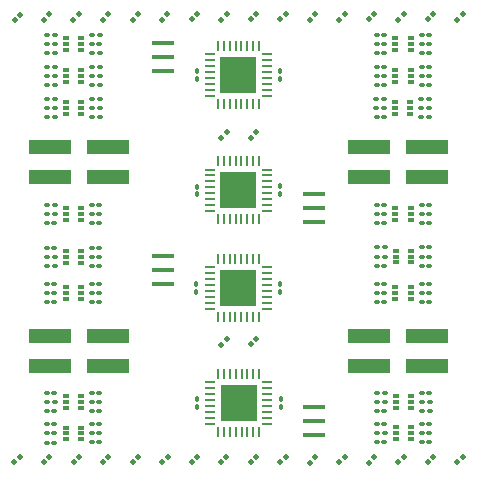
<source format=gbs>
G04 #@! TF.GenerationSoftware,KiCad,Pcbnew,7.0.2-6a45011f42~172~ubuntu22.04.1*
G04 #@! TF.CreationDate,2023-08-07T12:42:53-07:00*
G04 #@! TF.ProjectId,driver_40mm_atmega,64726976-6572-45f3-9430-6d6d5f61746d,rev?*
G04 #@! TF.SameCoordinates,Original*
G04 #@! TF.FileFunction,Soldermask,Bot*
G04 #@! TF.FilePolarity,Negative*
%FSLAX46Y46*%
G04 Gerber Fmt 4.6, Leading zero omitted, Abs format (unit mm)*
G04 Created by KiCad (PCBNEW 7.0.2-6a45011f42~172~ubuntu22.04.1) date 2023-08-07 12:42:53*
%MOMM*%
%LPD*%
G01*
G04 APERTURE LIST*
G04 Aperture macros list*
%AMRoundRect*
0 Rectangle with rounded corners*
0 $1 Rounding radius*
0 $2 $3 $4 $5 $6 $7 $8 $9 X,Y pos of 4 corners*
0 Add a 4 corners polygon primitive as box body*
4,1,4,$2,$3,$4,$5,$6,$7,$8,$9,$2,$3,0*
0 Add four circle primitives for the rounded corners*
1,1,$1+$1,$2,$3*
1,1,$1+$1,$4,$5*
1,1,$1+$1,$6,$7*
1,1,$1+$1,$8,$9*
0 Add four rect primitives between the rounded corners*
20,1,$1+$1,$2,$3,$4,$5,0*
20,1,$1+$1,$4,$5,$6,$7,0*
20,1,$1+$1,$6,$7,$8,$9,0*
20,1,$1+$1,$8,$9,$2,$3,0*%
G04 Aperture macros list end*
%ADD10R,3.680000X1.270000*%
%ADD11RoundRect,0.062500X-0.375000X-0.062500X0.375000X-0.062500X0.375000X0.062500X-0.375000X0.062500X0*%
%ADD12RoundRect,0.062500X-0.062500X-0.375000X0.062500X-0.375000X0.062500X0.375000X-0.062500X0.375000X0*%
%ADD13R,3.100000X3.100000*%
%ADD14RoundRect,0.062500X0.375000X0.062500X-0.375000X0.062500X-0.375000X-0.062500X0.375000X-0.062500X0*%
%ADD15RoundRect,0.062500X0.062500X0.375000X-0.062500X0.375000X-0.062500X-0.375000X0.062500X-0.375000X0*%
%ADD16RoundRect,0.100000X-0.021213X-0.162635X0.162635X0.021213X0.021213X0.162635X-0.162635X-0.021213X0*%
%ADD17RoundRect,0.100000X-0.130000X-0.100000X0.130000X-0.100000X0.130000X0.100000X-0.130000X0.100000X0*%
%ADD18RoundRect,0.100000X0.130000X0.100000X-0.130000X0.100000X-0.130000X-0.100000X0.130000X-0.100000X0*%
%ADD19R,0.478000X0.300000*%
%ADD20RoundRect,0.100000X0.100000X-0.130000X0.100000X0.130000X-0.100000X0.130000X-0.100000X-0.130000X0*%
%ADD21RoundRect,0.100000X0.021213X0.162635X-0.162635X-0.021213X-0.021213X-0.162635X0.162635X0.021213X0*%
%ADD22RoundRect,0.100000X-0.100000X0.130000X-0.100000X-0.130000X0.100000X-0.130000X0.100000X0.130000X0*%
%ADD23R,1.900000X0.400000*%
G04 APERTURE END LIST*
D10*
X81025000Y-80770000D03*
X85975000Y-80770000D03*
X81025000Y-78230000D03*
X85975000Y-78230000D03*
X81025000Y-64770000D03*
X85975000Y-64770000D03*
X81025000Y-62230000D03*
X85975000Y-62230000D03*
X54025000Y-80770000D03*
X58975000Y-80770000D03*
X54025000Y-78230000D03*
X58975000Y-78230000D03*
X54025000Y-64770000D03*
X58975000Y-64770000D03*
X54025000Y-62230000D03*
X58975000Y-62230000D03*
D11*
X67552500Y-57912500D03*
X67552500Y-57412500D03*
X67552500Y-56912500D03*
X67552500Y-56412500D03*
X67552500Y-55912500D03*
X67552500Y-55412500D03*
X67552500Y-54912500D03*
X67552500Y-54412500D03*
D12*
X68240000Y-53725000D03*
X68740000Y-53725000D03*
X69240000Y-53725000D03*
X69740000Y-53725000D03*
X70240000Y-53725000D03*
X70740000Y-53725000D03*
X71240000Y-53725000D03*
X71740000Y-53725000D03*
D11*
X72427500Y-54412500D03*
X72427500Y-54912500D03*
X72427500Y-55412500D03*
X72427500Y-55912500D03*
X72427500Y-56412500D03*
X72427500Y-56912500D03*
X72427500Y-57412500D03*
X72427500Y-57912500D03*
D12*
X71740000Y-58600000D03*
X71240000Y-58600000D03*
X70740000Y-58600000D03*
X70240000Y-58600000D03*
X69740000Y-58600000D03*
X69240000Y-58600000D03*
X68740000Y-58600000D03*
X68240000Y-58600000D03*
D13*
X69990000Y-56162500D03*
D14*
X72440000Y-82200000D03*
X72440000Y-82700000D03*
X72440000Y-83200000D03*
X72440000Y-83700000D03*
X72440000Y-84200000D03*
X72440000Y-84700000D03*
X72440000Y-85200000D03*
X72440000Y-85700000D03*
D15*
X71752500Y-86387500D03*
X71252500Y-86387500D03*
X70752500Y-86387500D03*
X70252500Y-86387500D03*
X69752500Y-86387500D03*
X69252500Y-86387500D03*
X68752500Y-86387500D03*
X68252500Y-86387500D03*
D14*
X67565000Y-85700000D03*
X67565000Y-85200000D03*
X67565000Y-84700000D03*
X67565000Y-84200000D03*
X67565000Y-83700000D03*
X67565000Y-83200000D03*
X67565000Y-82700000D03*
X67565000Y-82200000D03*
D15*
X68252500Y-81512500D03*
X68752500Y-81512500D03*
X69252500Y-81512500D03*
X69752500Y-81512500D03*
X70252500Y-81512500D03*
X70752500Y-81512500D03*
X71252500Y-81512500D03*
X71752500Y-81512500D03*
D13*
X70002500Y-83950000D03*
D14*
X72427500Y-64177500D03*
X72427500Y-64677500D03*
X72427500Y-65177500D03*
X72427500Y-65677500D03*
X72427500Y-66177500D03*
X72427500Y-66677500D03*
X72427500Y-67177500D03*
X72427500Y-67677500D03*
D15*
X71740000Y-68365000D03*
X71240000Y-68365000D03*
X70740000Y-68365000D03*
X70240000Y-68365000D03*
X69740000Y-68365000D03*
X69240000Y-68365000D03*
X68740000Y-68365000D03*
X68240000Y-68365000D03*
D14*
X67552500Y-67677500D03*
X67552500Y-67177500D03*
X67552500Y-66677500D03*
X67552500Y-66177500D03*
X67552500Y-65677500D03*
X67552500Y-65177500D03*
X67552500Y-64677500D03*
X67552500Y-64177500D03*
D15*
X68240000Y-63490000D03*
X68740000Y-63490000D03*
X69240000Y-63490000D03*
X69740000Y-63490000D03*
X70240000Y-63490000D03*
X70740000Y-63490000D03*
X71240000Y-63490000D03*
X71740000Y-63490000D03*
D13*
X69990000Y-65927500D03*
D11*
X67542500Y-75950000D03*
X67542500Y-75450000D03*
X67542500Y-74950000D03*
X67542500Y-74450000D03*
X67542500Y-73950000D03*
X67542500Y-73450000D03*
X67542500Y-72950000D03*
X67542500Y-72450000D03*
D12*
X68230000Y-71762500D03*
X68730000Y-71762500D03*
X69230000Y-71762500D03*
X69730000Y-71762500D03*
X70230000Y-71762500D03*
X70730000Y-71762500D03*
X71230000Y-71762500D03*
X71730000Y-71762500D03*
D11*
X72417500Y-72450000D03*
X72417500Y-72950000D03*
X72417500Y-73450000D03*
X72417500Y-73950000D03*
X72417500Y-74450000D03*
X72417500Y-74950000D03*
X72417500Y-75450000D03*
X72417500Y-75950000D03*
D12*
X71730000Y-76637500D03*
X71230000Y-76637500D03*
X70730000Y-76637500D03*
X70230000Y-76637500D03*
X69730000Y-76637500D03*
X69230000Y-76637500D03*
X68730000Y-76637500D03*
X68230000Y-76637500D03*
D13*
X69980000Y-74200000D03*
D16*
X71027726Y-51472274D03*
X71480274Y-51019726D03*
D17*
X53770000Y-86520000D03*
X54410000Y-86520000D03*
X81713000Y-83080000D03*
X82353000Y-83080000D03*
D18*
X58235000Y-58970000D03*
X57595000Y-58970000D03*
D19*
X56658000Y-55740000D03*
X56658000Y-56240000D03*
X56658000Y-56740000D03*
X55382000Y-56740000D03*
X55382000Y-56240000D03*
X55382000Y-55740000D03*
D17*
X53790000Y-54350000D03*
X54430000Y-54350000D03*
X81708000Y-84610000D03*
X82348000Y-84610000D03*
D16*
X56027726Y-88972274D03*
X56480274Y-88519726D03*
D18*
X86163000Y-84600000D03*
X85523000Y-84600000D03*
D16*
X51023726Y-88976274D03*
X51476274Y-88523726D03*
D17*
X81695000Y-68720000D03*
X82335000Y-68720000D03*
X81715000Y-70770000D03*
X82355000Y-70770000D03*
X53765000Y-73850000D03*
X54405000Y-73850000D03*
D18*
X58208000Y-84610000D03*
X57568000Y-84610000D03*
D16*
X66027726Y-51472274D03*
X66480274Y-51019726D03*
X71037726Y-88962274D03*
X71490274Y-88509726D03*
D18*
X58225000Y-54350000D03*
X57585000Y-54350000D03*
X58240000Y-52790000D03*
X57600000Y-52790000D03*
X58215000Y-67180000D03*
X57575000Y-67180000D03*
X58235000Y-59740000D03*
X57595000Y-59740000D03*
D16*
X86037726Y-88962274D03*
X86490274Y-88509726D03*
X88527726Y-51482274D03*
X88980274Y-51029726D03*
D17*
X81675000Y-58980000D03*
X82315000Y-58980000D03*
D16*
X63517726Y-51482274D03*
X63970274Y-51029726D03*
D18*
X58215000Y-86510000D03*
X57575000Y-86510000D03*
D16*
X66027726Y-88972274D03*
X66480274Y-88519726D03*
D19*
X84558000Y-67450000D03*
X84558000Y-67950000D03*
X84558000Y-68450000D03*
X83282000Y-68450000D03*
X83282000Y-67950000D03*
X83282000Y-67450000D03*
D17*
X53770000Y-68730000D03*
X54410000Y-68730000D03*
D18*
X86145000Y-75410000D03*
X85505000Y-75410000D03*
D16*
X73537726Y-88962274D03*
X73990274Y-88509726D03*
D18*
X58215000Y-70800000D03*
X57575000Y-70800000D03*
D20*
X66430000Y-74535000D03*
X66430000Y-73895000D03*
D16*
X78530026Y-88969974D03*
X78982574Y-88517426D03*
D21*
X68999974Y-61040026D03*
X68547426Y-61492574D03*
D16*
X81017726Y-88982274D03*
X81470274Y-88529726D03*
D17*
X53790000Y-52800000D03*
X54430000Y-52800000D03*
D22*
X73552500Y-83631000D03*
X73552500Y-84271000D03*
D18*
X58215000Y-74620000D03*
X57575000Y-74620000D03*
X86145000Y-55480000D03*
X85505000Y-55480000D03*
D17*
X53768000Y-83060000D03*
X54408000Y-83060000D03*
D20*
X66450000Y-56485000D03*
X66450000Y-55845000D03*
D19*
X56628000Y-74120000D03*
X56628000Y-74620000D03*
X56628000Y-75120000D03*
X55352000Y-75120000D03*
X55352000Y-74620000D03*
X55352000Y-74120000D03*
D17*
X81703000Y-85720000D03*
X82343000Y-85720000D03*
D18*
X86163000Y-83830000D03*
X85523000Y-83830000D03*
D17*
X53768000Y-84610000D03*
X54408000Y-84610000D03*
D18*
X58218000Y-83070000D03*
X57578000Y-83070000D03*
D16*
X53527726Y-51482274D03*
X53980274Y-51029726D03*
D19*
X84560000Y-74120000D03*
X84560000Y-74620000D03*
X84560000Y-75120000D03*
X83284000Y-75120000D03*
X83284000Y-74620000D03*
X83284000Y-74120000D03*
D17*
X53790000Y-59750000D03*
X54430000Y-59750000D03*
D16*
X68520026Y-88979974D03*
X68972574Y-88527426D03*
D17*
X53775000Y-72340000D03*
X54415000Y-72340000D03*
X53803000Y-57020000D03*
X54443000Y-57020000D03*
D18*
X86153000Y-87260000D03*
X85513000Y-87260000D03*
X86145000Y-56250000D03*
X85505000Y-56250000D03*
D16*
X68527726Y-51482274D03*
X68980274Y-51029726D03*
D22*
X73540000Y-65596500D03*
X73540000Y-66236500D03*
D17*
X53765000Y-85750000D03*
X54405000Y-85750000D03*
D18*
X86143000Y-54330000D03*
X85503000Y-54330000D03*
D16*
X76027726Y-51482274D03*
X76480274Y-51029726D03*
D23*
X76400000Y-84275000D03*
X76400000Y-85475000D03*
X76400000Y-86675000D03*
D18*
X58243000Y-56250000D03*
X57603000Y-56250000D03*
X58235000Y-58200000D03*
X57595000Y-58200000D03*
D16*
X83533726Y-88966274D03*
X83986274Y-88513726D03*
D19*
X56630000Y-71070000D03*
X56630000Y-71570000D03*
X56630000Y-72070000D03*
X55354000Y-72070000D03*
X55354000Y-71570000D03*
X55354000Y-71070000D03*
D22*
X73530000Y-55855000D03*
X73530000Y-56495000D03*
D18*
X86143000Y-53560000D03*
X85503000Y-53560000D03*
D22*
X73520000Y-73895000D03*
X73520000Y-74535000D03*
D18*
X58215000Y-71570000D03*
X57575000Y-71570000D03*
X58210000Y-85740000D03*
X57570000Y-85740000D03*
D16*
X86027726Y-51472274D03*
X86480274Y-51019726D03*
D18*
X58220000Y-53580000D03*
X57580000Y-53580000D03*
D17*
X53765000Y-74620000D03*
X54405000Y-74620000D03*
D18*
X86155000Y-71540000D03*
X85515000Y-71540000D03*
D23*
X76375000Y-66250000D03*
X76375000Y-67450000D03*
X76375000Y-68650000D03*
D17*
X81695000Y-74620000D03*
X82335000Y-74620000D03*
D16*
X88527726Y-88972274D03*
X88980274Y-88519726D03*
D17*
X81685000Y-59750000D03*
X82325000Y-59750000D03*
D16*
X58527726Y-88972274D03*
X58980274Y-88519726D03*
D17*
X81703000Y-87270000D03*
X82343000Y-87270000D03*
X53803000Y-56230000D03*
X54443000Y-56230000D03*
X81713000Y-86490000D03*
X82353000Y-86490000D03*
D16*
X53527726Y-88972274D03*
X53980274Y-88519726D03*
X61037726Y-88962274D03*
X61490274Y-88509726D03*
X78527726Y-51482274D03*
X78980274Y-51029726D03*
D18*
X86158000Y-83060000D03*
X85518000Y-83060000D03*
D17*
X81695000Y-57010000D03*
X82335000Y-57010000D03*
D18*
X86153000Y-86490000D03*
X85513000Y-86490000D03*
D17*
X81703000Y-53550000D03*
X82343000Y-53550000D03*
D16*
X81017726Y-51472274D03*
X81470274Y-51019726D03*
D17*
X53765000Y-87290000D03*
X54405000Y-87290000D03*
X53790000Y-53570000D03*
X54430000Y-53570000D03*
D19*
X56646000Y-58470000D03*
X56646000Y-58970000D03*
X56646000Y-59470000D03*
X55370000Y-59470000D03*
X55370000Y-58970000D03*
X55370000Y-58470000D03*
D17*
X81713000Y-83840000D03*
X82353000Y-83840000D03*
X53780000Y-67180000D03*
X54420000Y-67180000D03*
X53803000Y-55470000D03*
X54443000Y-55470000D03*
D18*
X86145000Y-73870000D03*
X85505000Y-73870000D03*
D17*
X81695000Y-73860000D03*
X82335000Y-73860000D03*
D16*
X83523726Y-51476274D03*
X83976274Y-51023726D03*
D19*
X56635000Y-67450000D03*
X56635000Y-67950000D03*
X56635000Y-68450000D03*
X55359000Y-68450000D03*
X55359000Y-67950000D03*
X55359000Y-67450000D03*
D18*
X86145000Y-67180000D03*
X85505000Y-67180000D03*
X58210000Y-73860000D03*
X57570000Y-73860000D03*
D16*
X73527726Y-51472274D03*
X73980274Y-51019726D03*
D19*
X84556000Y-53050000D03*
X84556000Y-53550000D03*
X84556000Y-54050000D03*
X83280000Y-54050000D03*
X83280000Y-53550000D03*
X83280000Y-53050000D03*
D17*
X53775000Y-71570000D03*
X54415000Y-71570000D03*
X53773000Y-83830000D03*
X54413000Y-83830000D03*
D19*
X83300000Y-84340000D03*
X83300000Y-83840000D03*
X83300000Y-83340000D03*
X84576000Y-83340000D03*
X84576000Y-83840000D03*
X84576000Y-84340000D03*
D16*
X63527726Y-88972274D03*
X63980274Y-88519726D03*
X71009726Y-61480274D03*
X71462274Y-61027726D03*
D17*
X81695000Y-56240000D03*
X82335000Y-56240000D03*
D21*
X68980274Y-78539726D03*
X68527726Y-78992274D03*
D19*
X84540000Y-58480000D03*
X84540000Y-58980000D03*
X84540000Y-59480000D03*
X83264000Y-59480000D03*
X83264000Y-58980000D03*
X83264000Y-58480000D03*
D18*
X86145000Y-57020000D03*
X85505000Y-57020000D03*
X58215000Y-87280000D03*
X57575000Y-87280000D03*
X86125000Y-59760000D03*
X85485000Y-59760000D03*
D16*
X51037726Y-51502274D03*
X51490274Y-51049726D03*
D17*
X53775000Y-58220000D03*
X54415000Y-58220000D03*
D16*
X61017726Y-51482274D03*
X61470274Y-51029726D03*
D18*
X58243000Y-57030000D03*
X57603000Y-57030000D03*
D19*
X56645000Y-53070000D03*
X56645000Y-53570000D03*
X56645000Y-54070000D03*
X55369000Y-54070000D03*
X55369000Y-53570000D03*
X55369000Y-53070000D03*
D16*
X71027726Y-78962274D03*
X71480274Y-78509726D03*
D18*
X86125000Y-58210000D03*
X85485000Y-58210000D03*
D17*
X53780000Y-58980000D03*
X54420000Y-58980000D03*
D23*
X63575000Y-73900000D03*
X63575000Y-72700000D03*
X63575000Y-71500000D03*
D17*
X81675000Y-58210000D03*
X82315000Y-58210000D03*
D19*
X84558000Y-55750000D03*
X84558000Y-56250000D03*
X84558000Y-56750000D03*
X83282000Y-56750000D03*
X83282000Y-56250000D03*
X83282000Y-55750000D03*
X56626000Y-86020000D03*
X56626000Y-86520000D03*
X56626000Y-87020000D03*
X55350000Y-87020000D03*
X55350000Y-86520000D03*
X55350000Y-86020000D03*
X84568000Y-85990000D03*
X84568000Y-86490000D03*
X84568000Y-86990000D03*
X83292000Y-86990000D03*
X83292000Y-86490000D03*
X83292000Y-85990000D03*
D18*
X58243000Y-55480000D03*
X57603000Y-55480000D03*
X86143000Y-52790000D03*
X85503000Y-52790000D03*
D17*
X81695000Y-55480000D03*
X82335000Y-55480000D03*
D20*
X66460000Y-84270000D03*
X66460000Y-83630000D03*
D18*
X58220000Y-68720000D03*
X57580000Y-68720000D03*
D17*
X81685000Y-67180000D03*
X82325000Y-67180000D03*
D19*
X84570000Y-71040000D03*
X84570000Y-71540000D03*
X84570000Y-72040000D03*
X83294000Y-72040000D03*
X83294000Y-71540000D03*
X83294000Y-71040000D03*
D18*
X86145000Y-68730000D03*
X85505000Y-68730000D03*
D17*
X81703000Y-54320000D03*
X82343000Y-54320000D03*
D18*
X86155000Y-70770000D03*
X85515000Y-70770000D03*
D23*
X63575000Y-55875000D03*
X63575000Y-54675000D03*
X63575000Y-53475000D03*
D18*
X86155000Y-72310000D03*
X85515000Y-72310000D03*
X58220000Y-67950000D03*
X57580000Y-67950000D03*
D16*
X76027726Y-88982274D03*
X76480274Y-88529726D03*
D18*
X58215000Y-72340000D03*
X57575000Y-72340000D03*
X58215000Y-75390000D03*
X57575000Y-75390000D03*
D17*
X81695000Y-67950000D03*
X82335000Y-67950000D03*
X53765000Y-75390000D03*
X54405000Y-75390000D03*
D18*
X86153000Y-85720000D03*
X85513000Y-85720000D03*
D17*
X53780000Y-67940000D03*
X54420000Y-67940000D03*
D18*
X58213000Y-83840000D03*
X57573000Y-83840000D03*
D17*
X81715000Y-71540000D03*
X82355000Y-71540000D03*
X81700000Y-75390000D03*
X82340000Y-75390000D03*
X53770000Y-70790000D03*
X54410000Y-70790000D03*
D19*
X56628000Y-83340000D03*
X56628000Y-83840000D03*
X56628000Y-84340000D03*
X55352000Y-84340000D03*
X55352000Y-83840000D03*
X55352000Y-83340000D03*
D18*
X86125000Y-58980000D03*
X85485000Y-58980000D03*
X86145000Y-74640000D03*
X85505000Y-74640000D03*
X86145000Y-67950000D03*
X85505000Y-67950000D03*
D16*
X58517726Y-51482274D03*
X58970274Y-51029726D03*
X56013726Y-51476274D03*
X56466274Y-51023726D03*
D20*
X66450000Y-66275000D03*
X66450000Y-65635000D03*
D17*
X81703000Y-52780000D03*
X82343000Y-52780000D03*
X81705000Y-72310000D03*
X82345000Y-72310000D03*
M02*

</source>
